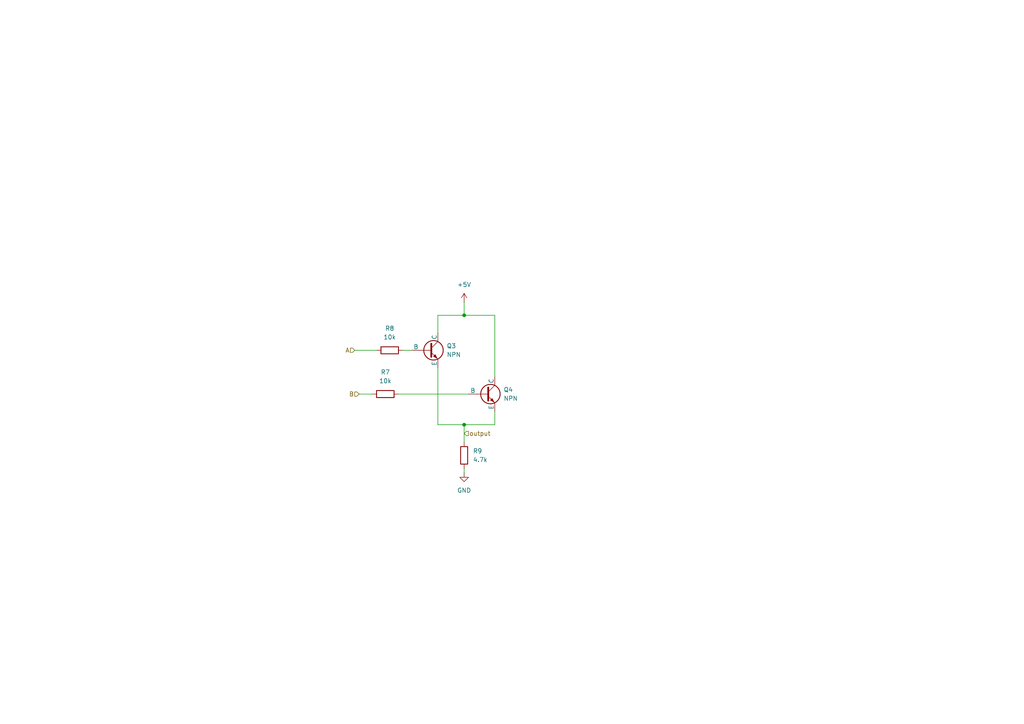
<source format=kicad_sch>
(kicad_sch (version 20231120) (generator "eeschema") (generator_version "8.0")
  (paper "A4")
  (lib_symbols
    (symbol "Device:R" (pin_numbers hide) (pin_names (offset 0))
      (property "Reference" "R" (at 2.032 0 90))
      (property "Value" "R" (at 0 0 90))
      (symbol "R_0_1"
        (rectangle (start -1.016 -2.54) (end 1.016 2.54) (stroke (width 0.254)))
      )
      (symbol "R_1_1"
        (pin passive line (at 0 3.81 270) (length 1.27) (name "~") (number "1"))
        (pin passive line (at 0 -3.81 90) (length 1.27) (name "~") (number "2"))
      )
    )
    (symbol "Simulation_SPICE:NPN" (pin_numbers hide) (pin_names (offset 0))
      (property "Reference" "Q" (at -2.54 7.62 0))
      (property "Value" "NPN" (at -2.54 5.08 0))
      (symbol "NPN_0_1"
        (polyline (pts (xy -2.54 0) (xy 0.635 0)) (stroke (width 0.1524)))
        (polyline (pts (xy 0.635 0.635) (xy 2.54 2.54)))
        (polyline (pts (xy 2.794 -1.27) (xy 2.794 -1.27)) (stroke (width 0.1524)))
        (polyline (pts (xy 2.794 -1.27) (xy 2.794 -1.27)) (stroke (width 0.1524)))
        (polyline (pts (xy 0.635 -0.635) (xy 2.54 -2.54) (xy 2.54 -2.54)))
        (polyline (pts (xy 0.635 1.905) (xy 0.635 -1.905) (xy 0.635 -1.905)) (stroke (width 0.508)))
        (polyline (pts (xy 1.27 -1.778) (xy 1.778 -1.27) (xy 2.286 -2.286) (xy 1.27 -1.778) (xy 1.27 -1.778)) (fill (type outline)))
        (circle (center 1.27 0) (radius 2.8194) (stroke (width 0.254)))
      )
      (symbol "NPN_1_1"
        (pin open_collector line (at 2.54 5.08 270) (length 2.54) (name "C") (number "1"))
        (pin input line (at -5.08 0 0) (length 2.54) (name "B") (number "2"))
        (pin open_emitter line (at 2.54 -5.08 90) (length 2.54) (name "E") (number "3"))
      )
    )
    (symbol "power:+5V" (power) (pin_numbers hide) (pin_names (offset 0) hide)
      (property "Value" "+5V" (at 0 3.556 0))
      (symbol "+5V_0_1"
        (polyline (pts (xy -0.762 1.27) (xy 0 2.54)))
        (polyline (pts (xy 0 0) (xy 0 2.54)))
        (polyline (pts (xy 0 2.54) (xy 0.762 1.27)))
      )
      (symbol "+5V_1_1"
        (pin power_in line (at 0 0 90) (length 0) (name "~") (number "1"))
      )
    )
    (symbol "power:GND" (power) (pin_numbers hide) (pin_names (offset 0) hide)
      (property "Value" "GND" (at 0 -3.81 0))
      (symbol "GND_0_1"
        (polyline (pts (xy 0 0) (xy 0 -1.27) (xy 1.27 -1.27) (xy 0 -2.54) (xy -1.27 -1.27) (xy 0 -1.27)))
      )
      (symbol "GND_1_1"
        (pin power_in line (at 0 0 270) (length 0) (name "~") (number "1"))
      )
    )
  )
  (junction (at 134.62 123.19))
  (junction (at 134.62 91.44))
  (wire (pts (xy 102.87 101.6) (xy 109.22 101.6)))
  (wire (pts (xy 134.62 91.44) (xy 127 91.44)))
  (wire (pts (xy 143.51 123.19) (xy 134.62 123.19)))
  (wire (pts (xy 134.62 123.19) (xy 134.62 128.27)))
  (wire (pts (xy 127 106.68) (xy 127 123.19)))
  (wire (pts (xy 134.62 87.63) (xy 134.62 91.44)))
  (wire (pts (xy 104.14 114.3) (xy 107.95 114.3)))
  (wire (pts (xy 127 91.44) (xy 127 96.52)))
  (wire (pts (xy 143.51 119.38) (xy 143.51 123.19)))
  (wire (pts (xy 116.84 101.6) (xy 119.38 101.6)))
  (wire (pts (xy 143.51 91.44) (xy 134.62 91.44)))
  (wire (pts (xy 134.62 135.89) (xy 134.62 137.16)))
  (wire (pts (xy 115.57 114.3) (xy 135.89 114.3)))
  (wire (pts (xy 143.51 109.22) (xy 143.51 91.44)))
  (wire (pts (xy 127 123.19) (xy 134.62 123.19)))
  (hierarchical_label "output" (shape input) (at 134.62 125.73 0))
  (hierarchical_label "A" (shape input) (at 102.87 101.6 180))
  (hierarchical_label "B" (shape input) (at 104.14 114.3 180))
  (symbol (lib_id "Device:R") (at 134.62 132.08 0) (unit 1)
    (property "Reference" "R9" (at 137.16 130.8099 0) (effects (justify left)))
    (property "Value" "4.7k" (at 137.16 133.3499 0) (effects (justify left)))
    (property "Description" "Resistor" (effects (hide yes)))
    (instances (project "half-adder" (path "" (reference "R9") (unit 1)) (path "" (reference "R21") (unit 1))) (project "half-adder" (path "" (reference "R9") (unit 1))))
  )
  (symbol (lib_id "power:+5V") (at 134.62 87.63 0) (unit 1)
    (property "Reference" "#PWR017" (effects (hide yes)))
    (property "Value" "+5V" (at 134.62 82.55 0))
    (property "Description" "Power symbol creates a global label with name \"+5V\"" (effects (hide yes)))
    (instances (project "half-adder" (path "" (reference "#PWR017") (unit 1)) (path "" (reference "#PWR025") (unit 1))) (project "half-adder" (path "" (reference "#PWR017") (unit 1))))
  )
  (symbol (lib_id "power:GND") (at 134.62 137.16 0) (unit 1)
    (property "Reference" "#PWR018" (effects (hide yes)))
    (property "Value" "GND" (at 134.62 142.24 0))
    (property "Description" "Power symbol creates a global label with name \"GND\" , ground" (effects (hide yes)))
    (instances (project "half-adder" (path "" (reference "#PWR018") (unit 1)) (path "" (reference "#PWR026") (unit 1))) (project "half-adder" (path "" (reference "#PWR018") (unit 1))))
  )
  (symbol (lib_id "Device:R") (at 111.76 114.3 90) (unit 1)
    (property "Reference" "R7" (at 111.76 107.95 90))
    (property "Value" "10k" (at 111.76 110.49 90))
    (property "Description" "Resistor" (effects (hide yes)))
    (instances (project "half-adder" (path "" (reference "R7") (unit 1)) (path "" (reference "R19") (unit 1))) (project "half-adder" (path "" (reference "R7") (unit 1))))
  )
  (symbol (lib_id "Device:R") (at 113.03 101.6 90) (unit 1)
    (property "Reference" "R8" (at 113.03 95.25 90))
    (property "Value" "10k" (at 113.03 97.79 90))
    (property "Description" "Resistor" (effects (hide yes)))
    (instances (project "half-adder" (path "" (reference "R8") (unit 1)) (path "" (reference "R20") (unit 1))) (project "half-adder" (path "" (reference "R8") (unit 1))))
  )
  (symbol (lib_id "Simulation_SPICE:NPN") (at 124.46 101.6 0) (unit 1)
    (property "Reference" "Q3" (at 129.54 100.3299 0) (effects (justify left)))
    (property "Value" "NPN" (at 129.54 102.8699 0) (effects (justify left)))
    (property "Datasheet" "https://ngspice.sourceforge.io/docs/ngspice-html-manual/manual.xhtml#cha_BJTs" (effects (hide yes)))
    (property "Description" "Bipolar transistor symbol for simulation only, substrate tied to the emitter" (effects (hide yes)))
    (property "Sim.Device" "NPN" (effects (hide yes)))
    (property "Sim.Type" "GUMMELPOON" (effects (hide yes)))
    (property "Sim.Pins" "1=C 2=B 3=E" (effects (hide yes)))
    (instances (project "half-adder" (path "" (reference "Q3") (unit 1)) (path "" (reference "Q11") (unit 1))) (project "half-adder" (path "" (reference "Q3") (unit 1))))
  )
  (symbol (lib_id "Simulation_SPICE:NPN") (at 140.97 114.3 0) (unit 1)
    (property "Reference" "Q4" (at 146.05 113.0299 0) (effects (justify left)))
    (property "Value" "NPN" (at 146.05 115.5699 0) (effects (justify left)))
    (property "Datasheet" "https://ngspice.sourceforge.io/docs/ngspice-html-manual/manual.xhtml#cha_BJTs" (effects (hide yes)))
    (property "Description" "Bipolar transistor symbol for simulation only, substrate tied to the emitter" (effects (hide yes)))
    (property "Sim.Device" "NPN" (effects (hide yes)))
    (property "Sim.Type" "GUMMELPOON" (effects (hide yes)))
    (property "Sim.Pins" "1=C 2=B 3=E" (effects (hide yes)))
    (instances (project "half-adder" (path "" (reference "Q4") (unit 1)) (path "" (reference "Q12") (unit 1))) (project "half-adder" (path "" (reference "Q4") (unit 1))))
  )
)
</source>
